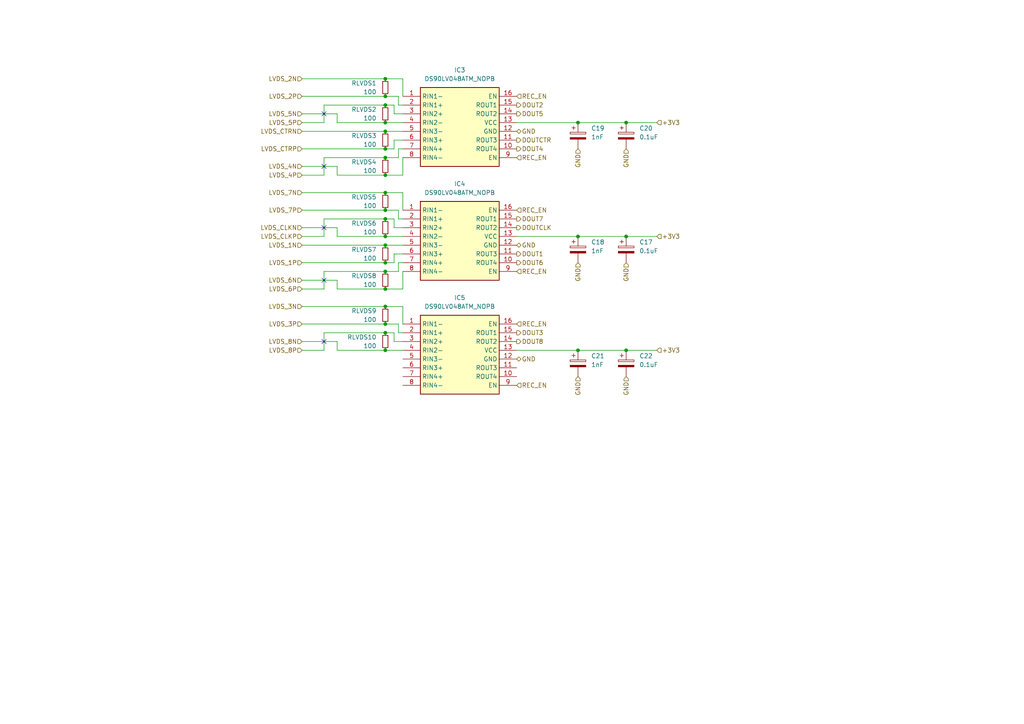
<source format=kicad_sch>
(kicad_sch (version 20231120) (generator "eeschema") (generator_version "8.0")
  (paper "A4")
  (lib_symbols
    (symbol "Device:C_Polarized" (pin_numbers hide) (pin_names (offset 0.254))
      (property "Reference" "C" (at 0.635 2.54 0))
      (property "Value" "C_Polarized" (at 0.635 -2.54 0))
      (symbol "C_Polarized_0_1"
        (rectangle (start -2.286 0.508) (end 2.286 1.016))
        (polyline (pts (xy -1.778 2.286) (xy -0.762 2.286)))
        (polyline (pts (xy -1.27 2.794) (xy -1.27 1.778)))
        (rectangle (start 2.286 -0.508) (end -2.286 -1.016) (fill (type outline)))
      )
      (symbol "C_Polarized_1_1"
        (pin passive line (at 0 3.81 270) (length 2.794) (name "~") (number "1"))
        (pin passive line (at 0 -3.81 90) (length 2.794) (name "~") (number "2"))
      )
    )
    (symbol "Device:R_Small" (pin_numbers hide) (pin_names (offset 0.254) hide)
      (property "Reference" "R" (at 0.762 0.508 0))
      (property "Value" "R_Small" (at 0.762 -1.016 0))
      (symbol "R_Small_0_1"
        (rectangle (start -0.762 1.778) (end 0.762 -1.778) (stroke (width 0.2032)))
      )
      (symbol "R_Small_1_1"
        (pin passive line (at 0 2.54 270) (length 0.762) (name "~") (number "1"))
        (pin passive line (at 0 -2.54 90) (length 0.762) (name "~") (number "2"))
      )
    )
    (symbol "SamacSys_Parts:DS90LV048ATM_NOPB"
      (property "Reference" "IC" (at 29.21 7.62 0))
      (property "Value" "DS90LV048ATM_NOPB" (at 29.21 5.08 0))
      (symbol "DS90LV048ATM_NOPB_1_1"
        (rectangle (start 5.08 2.54) (end 27.94 -20.32) (stroke (width 0.254)) (fill (type background)))
        (pin passive line (at 0 0 0) (length 5.08) (name "RIN1-") (number "1"))
        (pin passive line (at 33.02 -15.24 180) (length 5.08) (name "ROUT4") (number "10"))
        (pin passive line (at 33.02 -12.7 180) (length 5.08) (name "ROUT3") (number "11"))
        (pin passive line (at 33.02 -10.16 180) (length 5.08) (name "GND") (number "12"))
        (pin passive line (at 33.02 -7.62 180) (length 5.08) (name "VCC") (number "13"))
        (pin passive line (at 33.02 -5.08 180) (length 5.08) (name "ROUT2") (number "14"))
        (pin passive line (at 33.02 -2.54 180) (length 5.08) (name "ROUT1") (number "15"))
        (pin passive line (at 33.02 0 180) (length 5.08) (name "EN") (number "16"))
        (pin passive line (at 0 -2.54 0) (length 5.08) (name "RIN1+") (number "2"))
        (pin passive line (at 0 -5.08 0) (length 5.08) (name "RIN2+") (number "3"))
        (pin passive line (at 0 -7.62 0) (length 5.08) (name "RIN2-") (number "4"))
        (pin passive line (at 0 -10.16 0) (length 5.08) (name "RIN3-") (number "5"))
        (pin passive line (at 0 -12.7 0) (length 5.08) (name "RIN3+") (number "6"))
        (pin passive line (at 0 -15.24 0) (length 5.08) (name "RIN4+") (number "7"))
        (pin passive line (at 0 -17.78 0) (length 5.08) (name "RIN4-") (number "8"))
        (pin passive line (at 33.02 -17.78 180) (length 5.08) (name "EN~{}") (number "9"))
      )
    )
  )
  (junction (at 111.76 76.2))
  (junction (at 167.64 101.6))
  (junction (at 111.76 96.52))
  (junction (at 111.76 55.88))
  (junction (at 167.64 68.58))
  (junction (at 111.76 22.86))
  (junction (at 111.76 63.5))
  (junction (at 181.61 35.56))
  (junction (at 111.76 68.58))
  (junction (at 167.64 35.56))
  (junction (at 111.76 93.98))
  (junction (at 111.76 35.56))
  (junction (at 111.76 60.96))
  (junction (at 181.61 68.58))
  (junction (at 111.76 38.1))
  (junction (at 111.76 50.8))
  (junction (at 111.76 71.12))
  (junction (at 111.76 83.82))
  (junction (at 111.76 101.6))
  (junction (at 111.76 43.18))
  (junction (at 111.76 30.48))
  (junction (at 111.76 78.74))
  (junction (at 111.76 27.94))
  (junction (at 181.61 101.6))
  (junction (at 111.76 88.9))
  (junction (at 111.76 45.72))
  (no_connect (at 93.98 99.06))
  (no_connect (at 93.98 33.02))
  (no_connect (at 93.98 48.26))
  (no_connect (at 93.98 81.28))
  (no_connect (at 93.98 66.04))
  (wire (pts (xy 181.61 35.56) (xy 167.64 35.56)))
  (wire (pts (xy 87.63 88.9) (xy 111.76 88.9)))
  (wire (pts (xy 181.61 101.6) (xy 167.64 101.6)))
  (wire (pts (xy 93.98 45.72) (xy 93.98 50.8)))
  (wire (pts (xy 167.64 35.56) (xy 149.86 35.56)))
  (wire (pts (xy 93.98 30.48) (xy 111.76 30.48)))
  (wire (pts (xy 111.76 101.6) (xy 116.84 101.6)))
  (wire (pts (xy 93.98 50.8) (xy 87.63 50.8)))
  (wire (pts (xy 167.64 68.58) (xy 149.86 68.58)))
  (wire (pts (xy 87.63 83.82) (xy 93.98 83.82)))
  (wire (pts (xy 115.57 76.2) (xy 115.57 78.74)))
  (wire (pts (xy 114.3 30.48) (xy 111.76 30.48)))
  (wire (pts (xy 87.63 35.56) (xy 93.98 35.56)))
  (wire (pts (xy 93.98 45.72) (xy 111.76 45.72)))
  (wire (pts (xy 111.76 93.98) (xy 115.57 93.98)))
  (wire (pts (xy 116.84 45.72) (xy 116.84 50.8)))
  (wire (pts (xy 116.84 30.48) (xy 115.57 30.48)))
  (wire (pts (xy 87.63 99.06) (xy 97.79 99.06)))
  (wire (pts (xy 114.3 43.18) (xy 114.3 40.64)))
  (wire (pts (xy 87.63 81.28) (xy 97.79 81.28)))
  (wire (pts (xy 111.76 71.12) (xy 116.84 71.12)))
  (wire (pts (xy 114.3 33.02) (xy 116.84 33.02)))
  (wire (pts (xy 87.63 33.02) (xy 97.79 33.02)))
  (wire (pts (xy 87.63 55.88) (xy 111.76 55.88)))
  (wire (pts (xy 114.3 99.06) (xy 116.84 99.06)))
  (wire (pts (xy 97.79 101.6) (xy 111.76 101.6)))
  (wire (pts (xy 97.79 83.82) (xy 111.76 83.82)))
  (wire (pts (xy 87.63 101.6) (xy 93.98 101.6)))
  (wire (pts (xy 115.57 43.18) (xy 115.57 45.72)))
  (wire (pts (xy 116.84 83.82) (xy 111.76 83.82)))
  (wire (pts (xy 93.98 35.56) (xy 93.98 30.48)))
  (wire (pts (xy 87.63 68.58) (xy 93.98 68.58)))
  (wire (pts (xy 97.79 66.04) (xy 97.79 68.58)))
  (wire (pts (xy 116.84 50.8) (xy 111.76 50.8)))
  (wire (pts (xy 114.3 63.5) (xy 111.76 63.5)))
  (wire (pts (xy 190.5 68.58) (xy 181.61 68.58)))
  (wire (pts (xy 87.63 66.04) (xy 97.79 66.04)))
  (wire (pts (xy 111.76 35.56) (xy 116.84 35.56)))
  (wire (pts (xy 97.79 81.28) (xy 97.79 83.82)))
  (wire (pts (xy 116.84 22.86) (xy 116.84 27.94)))
  (wire (pts (xy 114.3 63.5) (xy 114.3 66.04)))
  (wire (pts (xy 114.3 40.64) (xy 116.84 40.64)))
  (wire (pts (xy 111.76 88.9) (xy 116.84 88.9)))
  (wire (pts (xy 114.3 96.52) (xy 111.76 96.52)))
  (wire (pts (xy 97.79 50.8) (xy 111.76 50.8)))
  (wire (pts (xy 93.98 68.58) (xy 93.98 63.5)))
  (wire (pts (xy 87.63 43.18) (xy 111.76 43.18)))
  (wire (pts (xy 87.63 27.94) (xy 111.76 27.94)))
  (wire (pts (xy 114.3 73.66) (xy 116.84 73.66)))
  (wire (pts (xy 97.79 33.02) (xy 97.79 35.56)))
  (wire (pts (xy 111.76 38.1) (xy 116.84 38.1)))
  (wire (pts (xy 114.3 66.04) (xy 116.84 66.04)))
  (wire (pts (xy 116.84 96.52) (xy 115.57 96.52)))
  (wire (pts (xy 116.84 55.88) (xy 116.84 60.96)))
  (wire (pts (xy 114.3 96.52) (xy 114.3 99.06)))
  (wire (pts (xy 111.76 60.96) (xy 115.57 60.96)))
  (wire (pts (xy 167.64 101.6) (xy 149.86 101.6)))
  (wire (pts (xy 87.63 93.98) (xy 111.76 93.98)))
  (wire (pts (xy 116.84 63.5) (xy 115.57 63.5)))
  (wire (pts (xy 93.98 96.52) (xy 93.98 101.6)))
  (wire (pts (xy 116.84 88.9) (xy 116.84 93.98)))
  (wire (pts (xy 97.79 99.06) (xy 97.79 101.6)))
  (wire (pts (xy 115.57 45.72) (xy 111.76 45.72)))
  (wire (pts (xy 93.98 63.5) (xy 111.76 63.5)))
  (wire (pts (xy 116.84 76.2) (xy 115.57 76.2)))
  (wire (pts (xy 111.76 76.2) (xy 114.3 76.2)))
  (wire (pts (xy 87.63 71.12) (xy 111.76 71.12)))
  (wire (pts (xy 87.63 38.1) (xy 111.76 38.1)))
  (wire (pts (xy 116.84 43.18) (xy 115.57 43.18)))
  (wire (pts (xy 93.98 83.82) (xy 93.98 78.74)))
  (wire (pts (xy 97.79 68.58) (xy 111.76 68.58)))
  (wire (pts (xy 190.5 101.6) (xy 181.61 101.6)))
  (wire (pts (xy 190.5 35.56) (xy 181.61 35.56)))
  (wire (pts (xy 93.98 96.52) (xy 111.76 96.52)))
  (wire (pts (xy 93.98 78.74) (xy 111.76 78.74)))
  (wire (pts (xy 111.76 68.58) (xy 116.84 68.58)))
  (wire (pts (xy 87.63 22.86) (xy 111.76 22.86)))
  (wire (pts (xy 115.57 63.5) (xy 115.57 60.96)))
  (wire (pts (xy 116.84 78.74) (xy 116.84 83.82)))
  (wire (pts (xy 87.63 76.2) (xy 111.76 76.2)))
  (wire (pts (xy 114.3 30.48) (xy 114.3 33.02)))
  (wire (pts (xy 115.57 78.74) (xy 111.76 78.74)))
  (wire (pts (xy 111.76 55.88) (xy 116.84 55.88)))
  (wire (pts (xy 115.57 30.48) (xy 115.57 27.94)))
  (wire (pts (xy 111.76 43.18) (xy 114.3 43.18)))
  (wire (pts (xy 97.79 48.26) (xy 97.79 50.8)))
  (wire (pts (xy 111.76 27.94) (xy 115.57 27.94)))
  (wire (pts (xy 114.3 76.2) (xy 114.3 73.66)))
  (wire (pts (xy 87.63 60.96) (xy 111.76 60.96)))
  (wire (pts (xy 181.61 68.58) (xy 167.64 68.58)))
  (wire (pts (xy 87.63 48.26) (xy 97.79 48.26)))
  (wire (pts (xy 111.76 22.86) (xy 116.84 22.86)))
  (wire (pts (xy 97.79 35.56) (xy 111.76 35.56)))
  (wire (pts (xy 115.57 96.52) (xy 115.57 93.98)))
  (hierarchical_label "LVDS_5N" (shape input) (at 87.63 33.02 180))
  (hierarchical_label "LVDS_7N" (shape input) (at 87.63 55.88 180))
  (hierarchical_label "LVDS_CTRN" (shape input) (at 87.63 38.1 180))
  (hierarchical_label "LVDS_CLKP" (shape input) (at 87.63 68.58 180))
  (hierarchical_label "GND" (shape bidirectional) (at 149.86 104.14 0))
  (hierarchical_label "DOUTCLK" (shape output) (at 149.86 66.04 0))
  (hierarchical_label "+3V3" (shape input) (at 190.5 35.56 0))
  (hierarchical_label "LVDS_CTRP" (shape input) (at 87.63 43.18 180))
  (hierarchical_label "DOUT3" (shape output) (at 149.86 96.52 0))
  (hierarchical_label "LVDS_3N" (shape input) (at 87.63 88.9 180))
  (hierarchical_label "DOUTCTR" (shape output) (at 149.86 40.64 0))
  (hierarchical_label "LVDS_8N" (shape input) (at 87.63 99.06 180))
  (hierarchical_label "REC_EN" (shape input) (at 149.86 60.96 0))
  (hierarchical_label "GND" (shape input) (at 167.64 43.18 270))
  (hierarchical_label "GND" (shape input) (at 181.61 76.2 270))
  (hierarchical_label "DOUT2" (shape output) (at 149.86 30.48 0))
  (hierarchical_label "DOUT5" (shape output) (at 149.86 33.02 0))
  (hierarchical_label "REC_EN" (shape input) (at 149.86 45.72 0))
  (hierarchical_label "LVDS_3P" (shape input) (at 87.63 93.98 180))
  (hierarchical_label "DOUT4" (shape output) (at 149.86 43.18 0))
  (hierarchical_label "REC_EN" (shape input) (at 149.86 111.76 0))
  (hierarchical_label "GND" (shape input) (at 181.61 43.18 270))
  (hierarchical_label "REC_EN" (shape input) (at 149.86 78.74 0))
  (hierarchical_label "LVDS_2N" (shape input) (at 87.63 22.86 180))
  (hierarchical_label "GND" (shape bidirectional) (at 149.86 38.1 0))
  (hierarchical_label "DOUT7" (shape output) (at 149.86 63.5 0))
  (hierarchical_label "GND" (shape input) (at 167.64 109.22 270))
  (hierarchical_label "DOUT6" (shape output) (at 149.86 76.2 0))
  (hierarchical_label "GND" (shape input) (at 181.61 109.22 270))
  (hierarchical_label "LVDS_1P" (shape input) (at 87.63 76.2 180))
  (hierarchical_label "LVDS_6P" (shape input) (at 87.63 83.82 180))
  (hierarchical_label "LVDS_4P" (shape input) (at 87.63 50.8 180))
  (hierarchical_label "REC_EN" (shape input) (at 149.86 93.98 0))
  (hierarchical_label "+3V3" (shape input) (at 190.5 68.58 0))
  (hierarchical_label "GND" (shape input) (at 167.64 76.2 270))
  (hierarchical_label "LVDS_5P" (shape input) (at 87.63 35.56 180))
  (hierarchical_label "GND" (shape bidirectional) (at 149.86 71.12 0))
  (hierarchical_label "LVDS_1N" (shape input) (at 87.63 71.12 180))
  (hierarchical_label "LVDS_4N" (shape input) (at 87.63 48.26 180))
  (hierarchical_label "LVDS_8P" (shape input) (at 87.63 101.6 180))
  (hierarchical_label "DOUT1" (shape output) (at 149.86 73.66 0))
  (hierarchical_label "LVDS_2P" (shape input) (at 87.63 27.94 180))
  (hierarchical_label "REC_EN" (shape input) (at 149.86 27.94 0))
  (hierarchical_label "+3V3" (shape input) (at 190.5 101.6 0))
  (hierarchical_label "LVDS_CLKN" (shape input) (at 87.63 66.04 180))
  (hierarchical_label "LVDS_7P" (shape input) (at 87.63 60.96 180))
  (hierarchical_label "DOUT8" (shape output) (at 149.86 99.06 0))
  (hierarchical_label "LVDS_6N" (shape input) (at 87.63 81.28 180))
  (symbol (lib_id "Device:C_Polarized") (at 181.61 105.41 0) (unit 1)
    (property "Reference" "C22" (at 185.42 103.2509 0) (effects (justify left)))
    (property "Value" "0.1uF" (at 185.42 105.7909 0) (effects (justify left)))
    (property "Description" "Polarized capacitor" (effects (hide yes)))
  )
  (symbol (lib_id "Device:C_Polarized") (at 167.64 72.39 0) (unit 1)
    (property "Reference" "C18" (at 171.45 70.2309 0) (effects (justify left)))
    (property "Value" "1nF" (at 171.45 72.7709 0) (effects (justify left)))
    (property "Description" "Polarized capacitor" (effects (hide yes)))
  )
  (symbol (lib_id "Device:R_Small") (at 111.76 81.28 0) (mirror y) (unit 1)
    (property "Reference" "RLVDS8" (at 109.22 80.0099 0) (effects (justify left)))
    (property "Value" "100" (at 109.22 82.5499 0) (effects (justify left)))
    (property "Description" "Resistor, small symbol" (effects (hide yes)))
  )
  (symbol (lib_id "Device:R_Small") (at 111.76 66.04 0) (mirror y) (unit 1)
    (property "Reference" "RLVDS6" (at 109.22 64.7699 0) (effects (justify left)))
    (property "Value" "100" (at 109.22 67.3099 0) (effects (justify left)))
    (property "Description" "Resistor, small symbol" (effects (hide yes)))
  )
  (symbol (lib_id "Device:C_Polarized") (at 181.61 39.37 0) (unit 1)
    (property "Reference" "C20" (at 185.42 37.2109 0) (effects (justify left)))
    (property "Value" "0.1uF" (at 185.42 39.7509 0) (effects (justify left)))
    (property "Description" "Polarized capacitor" (effects (hide yes)))
  )
  (symbol (lib_id "SamacSys_Parts:DS90LV048ATM_NOPB") (at 116.84 27.94 0) (unit 1)
    (property "Reference" "IC3" (at 133.35 20.32 0))
    (property "Value" "DS90LV048ATM_NOPB" (at 133.35 22.86 0))
    (property "Footprint" "SOIC127P600X175-16N" (effects (hide yes)))
    (property "Datasheet" "http://www.ti.com/lit/ds/symlink/ds90lv048a.pdf" (effects (hide yes)))
    (property "Description" "400 Mbps LVDS Quad High Speed Differential Receiver" (effects (hide yes)))
    (property "Height" "1.75" (effects (hide yes)))
    (property "Manufacturer_Name" "Texas Instruments" (effects (hide yes)))
    (property "Manufacturer_Part_Number" "DS90LV048ATM/NOPB" (effects (hide yes)))
    (property "Arrow Part Number" "DS90LV048ATM/NOPB" (effects (hide yes)))
    (property "Arrow Price/Stock" "null?region=nac" (effects (hide yes)))
  )
  (symbol (lib_id "Device:R_Small") (at 111.76 48.26 0) (mirror y) (unit 1)
    (property "Reference" "RLVDS4" (at 109.22 46.9899 0) (effects (justify left)))
    (property "Value" "100" (at 109.22 49.5299 0) (effects (justify left)))
    (property "Description" "Resistor, small symbol" (effects (hide yes)))
  )
  (symbol (lib_id "SamacSys_Parts:DS90LV048ATM_NOPB") (at 116.84 60.96 0) (unit 1)
    (property "Reference" "IC4" (at 133.35 53.34 0))
    (property "Value" "DS90LV048ATM_NOPB" (at 133.35 55.88 0))
    (property "Footprint" "SOIC127P600X175-16N" (effects (hide yes)))
    (property "Datasheet" "http://www.ti.com/lit/ds/symlink/ds90lv048a.pdf" (effects (hide yes)))
    (property "Description" "400 Mbps LVDS Quad High Speed Differential Receiver" (effects (hide yes)))
    (property "Height" "1.75" (effects (hide yes)))
    (property "Manufacturer_Name" "Texas Instruments" (effects (hide yes)))
    (property "Manufacturer_Part_Number" "DS90LV048ATM/NOPB" (effects (hide yes)))
    (property "Arrow Part Number" "DS90LV048ATM/NOPB" (effects (hide yes)))
    (property "Arrow Price/Stock" "null?region=nac" (effects (hide yes)))
  )
  (symbol (lib_id "Device:R_Small") (at 111.76 40.64 0) (mirror y) (unit 1)
    (property "Reference" "RLVDS3" (at 109.22 39.3699 0) (effects (justify left)))
    (property "Value" "100" (at 109.22 41.9099 0) (effects (justify left)))
    (property "Description" "Resistor, small symbol" (effects (hide yes)))
  )
  (symbol (lib_id "Device:C_Polarized") (at 181.61 72.39 0) (unit 1)
    (property "Reference" "C17" (at 185.42 70.2309 0) (effects (justify left)))
    (property "Value" "0.1uF" (at 185.42 72.7709 0) (effects (justify left)))
    (property "Description" "Polarized capacitor" (effects (hide yes)))
  )
  (symbol (lib_id "Device:R_Small") (at 111.76 99.06 0) (mirror y) (unit 1)
    (property "Reference" "RLVDS10" (at 109.22 97.7899 0) (effects (justify left)))
    (property "Value" "100" (at 109.22 100.3299 0) (effects (justify left)))
    (property "Description" "Resistor, small symbol" (effects (hide yes)))
  )
  (symbol (lib_id "Device:R_Small") (at 111.76 91.44 0) (mirror y) (unit 1)
    (property "Reference" "RLVDS9" (at 109.22 90.1699 0) (effects (justify left)))
    (property "Value" "100" (at 109.22 92.7099 0) (effects (justify left)))
    (property "Description" "Resistor, small symbol" (effects (hide yes)))
  )
  (symbol (lib_id "Device:R_Small") (at 111.76 33.02 0) (mirror y) (unit 1)
    (property "Reference" "RLVDS2" (at 109.22 31.7499 0) (effects (justify left)))
    (property "Value" "100" (at 109.22 34.2899 0) (effects (justify left)))
    (property "Description" "Resistor, small symbol" (effects (hide yes)))
  )
  (symbol (lib_id "Device:C_Polarized") (at 167.64 39.37 0) (unit 1)
    (property "Reference" "C19" (at 171.45 37.2109 0) (effects (justify left)))
    (property "Value" "1nF" (at 171.45 39.7509 0) (effects (justify left)))
    (property "Description" "Polarized capacitor" (effects (hide yes)))
  )
  (symbol (lib_id "SamacSys_Parts:DS90LV048ATM_NOPB") (at 116.84 93.98 0) (unit 1)
    (property "Reference" "IC5" (at 133.35 86.36 0))
    (property "Value" "DS90LV048ATM_NOPB" (at 133.35 88.9 0))
    (property "Footprint" "SOIC127P600X175-16N" (effects (hide yes)))
    (property "Datasheet" "http://www.ti.com/lit/ds/symlink/ds90lv048a.pdf" (effects (hide yes)))
    (property "Description" "400 Mbps LVDS Quad High Speed Differential Receiver" (effects (hide yes)))
    (property "Height" "1.75" (effects (hide yes)))
    (property "Manufacturer_Name" "Texas Instruments" (effects (hide yes)))
    (property "Manufacturer_Part_Number" "DS90LV048ATM/NOPB" (effects (hide yes)))
    (property "Arrow Part Number" "DS90LV048ATM/NOPB" (effects (hide yes)))
    (property "Arrow Price/Stock" "null?region=nac" (effects (hide yes)))
  )
  (symbol (lib_id "Device:R_Small") (at 111.76 73.66 0) (mirror y) (unit 1)
    (property "Reference" "RLVDS7" (at 109.22 72.3899 0) (effects (justify left)))
    (property "Value" "100" (at 109.22 74.9299 0) (effects (justify left)))
    (property "Description" "Resistor, small symbol" (effects (hide yes)))
  )
  (symbol (lib_id "Device:R_Small") (at 111.76 58.42 0) (mirror y) (unit 1)
    (property "Reference" "RLVDS5" (at 109.22 57.1499 0) (effects (justify left)))
    (property "Value" "100" (at 109.22 59.6899 0) (effects (justify left)))
    (property "Description" "Resistor, small symbol" (effects (hide yes)))
  )
  (symbol (lib_id "Device:C_Polarized") (at 167.64 105.41 0) (unit 1)
    (property "Reference" "C21" (at 171.45 103.2509 0) (effects (justify left)))
    (property "Value" "1nF" (at 171.45 105.7909 0) (effects (justify left)))
    (property "Description" "Polarized capacitor" (effects (hide yes)))
  )
  (symbol (lib_id "Device:R_Small") (at 111.76 25.4 0) (mirror y) (unit 1)
    (property "Reference" "RLVDS1" (at 109.22 24.1299 0) (effects (justify left)))
    (property "Value" "100" (at 109.22 26.6699 0) (effects (justify left)))
    (property "Description" "Resistor, small symbol" (effects (hide yes)))
  )
)
</source>
